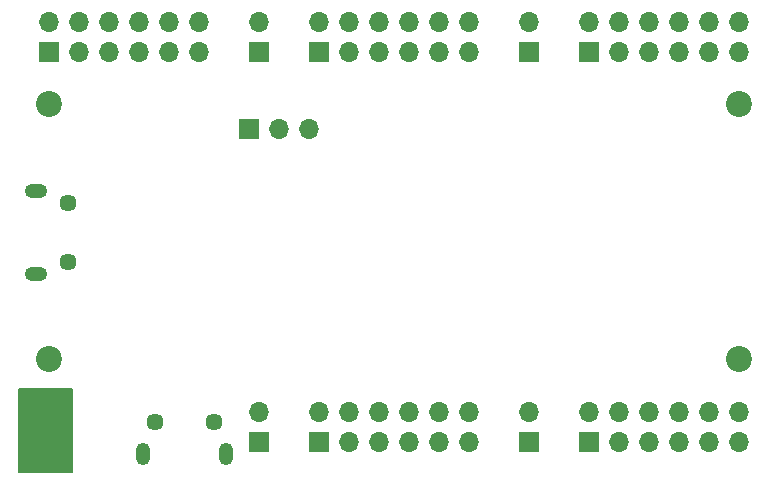
<source format=gbs>
G04 #@! TF.GenerationSoftware,KiCad,Pcbnew,(6.0.7)*
G04 #@! TF.CreationDate,2022-09-05T12:55:51-07:00*
G04 #@! TF.ProjectId,ice2040,69636532-3034-4302-9e6b-696361645f70,1*
G04 #@! TF.SameCoordinates,Original*
G04 #@! TF.FileFunction,Soldermask,Bot*
G04 #@! TF.FilePolarity,Negative*
%FSLAX46Y46*%
G04 Gerber Fmt 4.6, Leading zero omitted, Abs format (unit mm)*
G04 Created by KiCad (PCBNEW (6.0.7)) date 2022-09-05 12:55:51*
%MOMM*%
%LPD*%
G01*
G04 APERTURE LIST*
%ADD10C,0.127000*%
%ADD11C,1.450000*%
%ADD12O,1.200000X1.900000*%
%ADD13R,1.700000X1.700000*%
%ADD14O,1.700000X1.700000*%
%ADD15C,2.200000*%
%ADD16O,1.900000X1.200000*%
G04 APERTURE END LIST*
D10*
X109220000Y-114935000D02*
X113665000Y-114935000D01*
X113665000Y-114935000D02*
X113665000Y-121920000D01*
X113665000Y-121920000D02*
X109220000Y-121920000D01*
X109220000Y-121920000D02*
X109220000Y-114935000D01*
G36*
X109220000Y-114935000D02*
G01*
X113665000Y-114935000D01*
X113665000Y-121920000D01*
X109220000Y-121920000D01*
X109220000Y-114935000D01*
G37*
D11*
X125720000Y-117717500D03*
X120720000Y-117717500D03*
D12*
X119720000Y-120417500D03*
X126720000Y-120417500D03*
D13*
X152400000Y-86380000D03*
D14*
X152400000Y-83840000D03*
D13*
X128720000Y-92880000D03*
D14*
X131260000Y-92880000D03*
X133800000Y-92880000D03*
D13*
X157480000Y-119380000D03*
D14*
X160020000Y-119380000D03*
X162560000Y-119380000D03*
X165100000Y-119380000D03*
X167640000Y-119380000D03*
X170180000Y-119380000D03*
X157480000Y-116840000D03*
X160020000Y-116840000D03*
X162560000Y-116840000D03*
X165100000Y-116840000D03*
X167640000Y-116840000D03*
X170180000Y-116840000D03*
D13*
X129540000Y-86360000D03*
D14*
X129540000Y-83820000D03*
D13*
X134620000Y-119380000D03*
D14*
X137160000Y-119380000D03*
X139700000Y-119380000D03*
X142240000Y-119380000D03*
X144780000Y-119380000D03*
X147320000Y-119380000D03*
X134620000Y-116840000D03*
X137160000Y-116840000D03*
X139700000Y-116840000D03*
X142240000Y-116840000D03*
X144780000Y-116840000D03*
X147320000Y-116840000D03*
D13*
X111760000Y-86365000D03*
D14*
X114300000Y-86365000D03*
X116840000Y-86365000D03*
X119380000Y-86365000D03*
X121920000Y-86365000D03*
X124460000Y-86365000D03*
X111760000Y-83825000D03*
X114300000Y-83825000D03*
X116840000Y-83825000D03*
X119380000Y-83825000D03*
X121920000Y-83825000D03*
X124460000Y-83825000D03*
D15*
X111760000Y-112395000D03*
D13*
X129540000Y-119375000D03*
D14*
X129540000Y-116835000D03*
D13*
X157480000Y-86365000D03*
D14*
X160020000Y-86365000D03*
X162560000Y-86365000D03*
X165100000Y-86365000D03*
X167640000Y-86365000D03*
X170180000Y-86365000D03*
X157480000Y-83825000D03*
X160020000Y-83825000D03*
X162560000Y-83825000D03*
X165100000Y-83825000D03*
X167640000Y-83825000D03*
X170180000Y-83825000D03*
D15*
X170180000Y-90805000D03*
D13*
X152400000Y-119375000D03*
D14*
X152400000Y-116835000D03*
D15*
X170180000Y-112395000D03*
D13*
X134620000Y-86365000D03*
D14*
X137160000Y-86365000D03*
X139700000Y-86365000D03*
X142240000Y-86365000D03*
X144780000Y-86365000D03*
X147320000Y-86365000D03*
X134620000Y-83825000D03*
X137160000Y-83825000D03*
X139700000Y-83825000D03*
X142240000Y-83825000D03*
X144780000Y-83825000D03*
X147320000Y-83825000D03*
D11*
X113320000Y-99172500D03*
D16*
X110620000Y-105172500D03*
X110620000Y-98172500D03*
D11*
X113320000Y-104172500D03*
D15*
X111760000Y-90805000D03*
M02*

</source>
